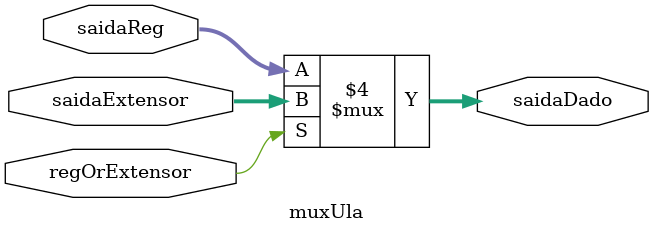
<source format=v>
module muxUla (
regOrExtensor,
saidaReg,
saidaExtensor,
saidaDado
);

input [31:0] saidaReg;
input [31:0] saidaExtensor;
input regOrExtensor;

output reg [31:0] saidaDado;

always @ (saidaReg or saidaExtensor) begin
	if(regOrExtensor == 1'b0)
	saidaDado = saidaReg;
	else
	saidaDado = saidaExtensor;
end



endmodule
</source>
